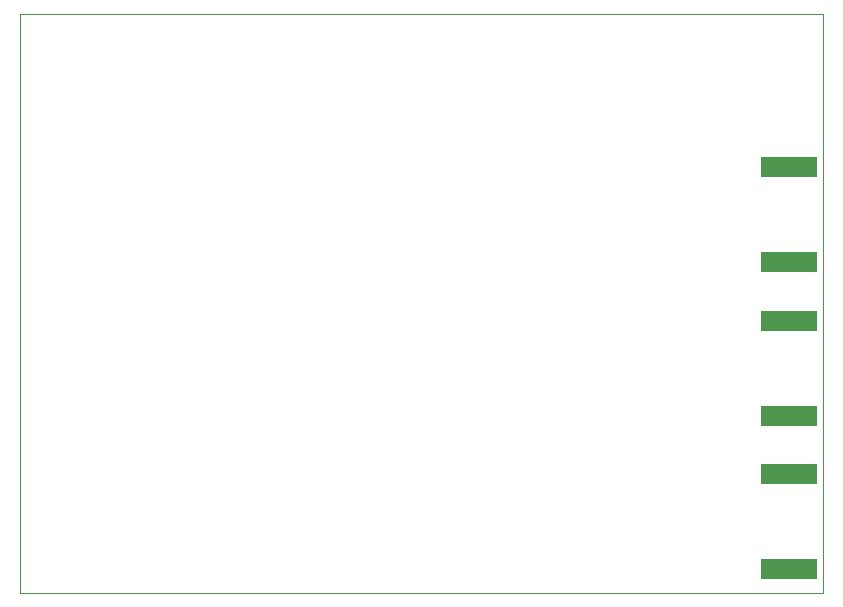
<source format=gbp>
G75*
G70*
%OFA0B0*%
%FSLAX24Y24*%
%IPPOS*%
%LPD*%
%AMOC8*
5,1,8,0,0,1.08239X$1,22.5*
%
%ADD10C,0.0000*%
%ADD11R,0.1850X0.0650*%
%ADD12R,0.1850X0.0700*%
D10*
X001314Y000380D02*
X001314Y019671D01*
X028086Y019671D01*
X028086Y000380D01*
X001314Y000380D01*
D11*
X026939Y011405D03*
X026939Y014555D03*
D12*
X026939Y009430D03*
X026939Y006280D03*
X026939Y004330D03*
X026939Y001180D03*
M02*

</source>
